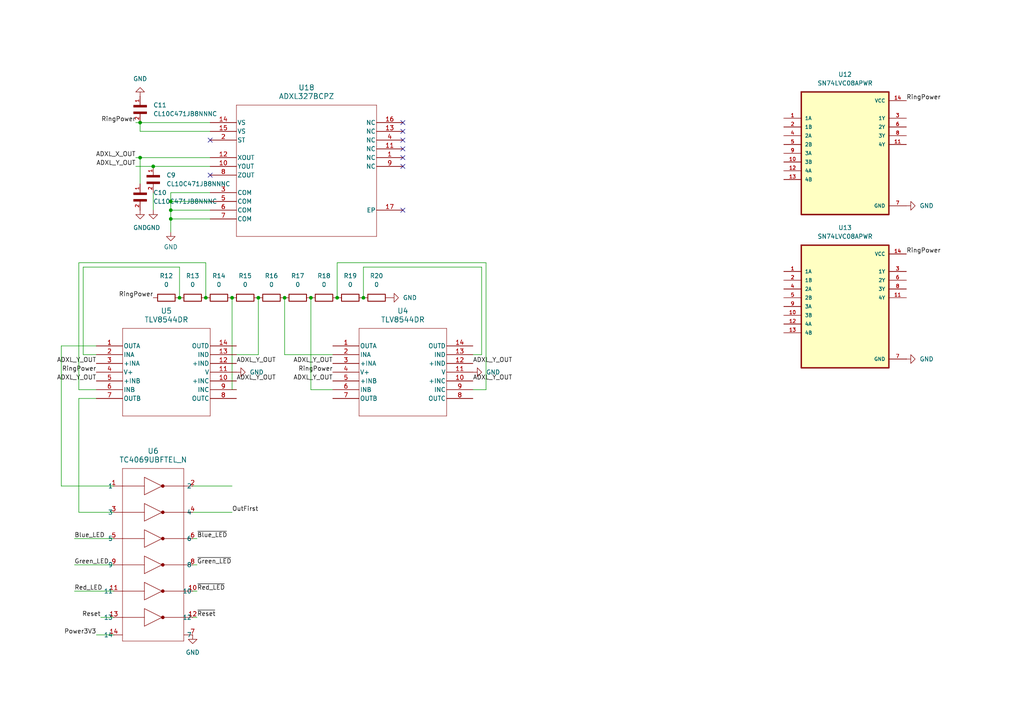
<source format=kicad_sch>
(kicad_sch (version 20250114) (generator "eeschema") (generator_version "9.0")
  (paper "A4")
  (lib_symbols
    (symbol "ADXL327BCPZ:ADXL327BCPZ" (pin_names (offset 0.254))
      (property "Reference" "U" (at 27.94 10.16 0))
      (property "Value" "ADXL327BCPZ" (at 27.94 7.62 0))
      (symbol "ADXL327BCPZ_0_1"
        (polyline (pts (xy 7.62 5.08) (xy 7.62 -33.02)) (stroke (width 0.127)))
        (polyline (pts (xy 7.62 -33.02) (xy 48.26 -33.02)) (stroke (width 0.127)))
        (polyline (pts (xy 48.26 5.08) (xy 7.62 5.08)) (stroke (width 0.127)))
        (polyline (pts (xy 48.26 -33.02) (xy 48.26 5.08)) (stroke (width 0.127)))
        (pin power_in line (at 0 0 0) (length 7.62) (name "VS") (number "14"))
        (pin power_in line (at 0 -2.54 0) (length 7.62) (name "VS") (number "15"))
        (pin unspecified line (at 0 -5.08 0) (length 7.62) (name "ST") (number "2"))
        (pin unspecified line (at 0 -10.16 0) (length 7.62) (name "XOUT") (number "12"))
        (pin unspecified line (at 0 -12.7 0) (length 7.62) (name "YOUT") (number "10"))
        (pin unspecified line (at 0 -15.24 0) (length 7.62) (name "ZOUT") (number "8"))
        (pin unspecified line (at 0 -20.32 0) (length 7.62) (name "COM") (number "3"))
        (pin unspecified line (at 0 -22.86 0) (length 7.62) (name "COM") (number "5"))
        (pin unspecified line (at 0 -25.4 0) (length 7.62) (name "COM") (number "6"))
        (pin unspecified line (at 0 -27.94 0) (length 7.62) (name "COM") (number "7"))
        (pin unspecified line (at 55.88 0 180) (length 7.62) (name "NC") (number "16"))
        (pin unspecified line (at 55.88 -2.54 180) (length 7.62) (name "NC") (number "13"))
        (pin unspecified line (at 55.88 -5.08 180) (length 7.62) (name "NC") (number "4"))
        (pin unspecified line (at 55.88 -7.62 180) (length 7.62) (name "NC") (number "11"))
        (pin unspecified line (at 55.88 -10.16 180) (length 7.62) (name "NC") (number "1"))
        (pin unspecified line (at 55.88 -12.7 180) (length 7.62) (name "NC") (number "9"))
        (pin unspecified line (at 55.88 -25.4 180) (length 7.62) (name "EP") (number "17"))
      )
    )
    (symbol "CL0306KRX7R6BB104:CL10C471JB8NNNC" (pin_names (offset 1.016))
      (property "Reference" "C" (at 0 3.8109 0))
      (property "Value" "CL10C471JB8NNNC" (at 0 -5.0885 0))
      (symbol "CL10C471JB8NNNC_0_0"
        (rectangle (start 0 -1.9069) (end 0.635 1.905) (stroke (width 0.1)) (fill (type outline)))
        (rectangle (start 1.9069 -1.9069) (end 2.54 1.905) (stroke (width 0.1)) (fill (type outline)))
        (pin passive line (at -2.54 0 0) (length 2.54) (name "~") (number "1"))
        (pin passive line (at 5.08 0 180) (length 2.54) (name "~") (number "2"))
      )
    )
    (symbol "Device:R" (pin_numbers (hide yes)) (pin_names (offset 0))
      (property "Reference" "R" (at 2.032 0 90))
      (property "Value" "R" (at 0 0 90))
      (symbol "R_0_1"
        (rectangle (start -1.016 -2.54) (end 1.016 2.54) (stroke (width 0.254)))
      )
      (symbol "R_1_1"
        (pin passive line (at 0 3.81 270) (length 1.27) (name "~") (number "1"))
        (pin passive line (at 0 -3.81 90) (length 1.27) (name "~") (number "2"))
      )
    )
    (symbol "SN74LVC08APWR:SN74LVC08APWR" (pin_names (offset 1.016))
      (property "Reference" "U" (at -12.7 18.78 0))
      (property "Value" "SN74LVC08APWR" (at -12.7 -21.78 0))
      (symbol "SN74LVC08APWR_0_0"
        (rectangle (start -12.7 -17.78) (end 12.7 17.78) (stroke (width 0.41)) (fill (type background)))
        (pin input line (at -17.78 10.16 0) (length 5.08) (name "1A") (number "1"))
        (pin input line (at -17.78 7.62 0) (length 5.08) (name "1B") (number "2"))
        (pin input line (at -17.78 5.08 0) (length 5.08) (name "2A") (number "4"))
        (pin input line (at -17.78 2.54 0) (length 5.08) (name "2B") (number "5"))
        (pin input line (at -17.78 0 0) (length 5.08) (name "3A") (number "9"))
        (pin input line (at -17.78 -2.54 0) (length 5.08) (name "3B") (number "10"))
        (pin input line (at -17.78 -5.08 0) (length 5.08) (name "4A") (number "12"))
        (pin input line (at -17.78 -7.62 0) (length 5.08) (name "4B") (number "13"))
        (pin power_in line (at 17.78 15.24 180) (length 5.08) (name "VCC") (number "14"))
        (pin output line (at 17.78 10.16 180) (length 5.08) (name "1Y") (number "3"))
        (pin output line (at 17.78 7.62 180) (length 5.08) (name "2Y") (number "6"))
        (pin output line (at 17.78 5.08 180) (length 5.08) (name "3Y") (number "8"))
        (pin output line (at 17.78 2.54 180) (length 5.08) (name "4Y") (number "11"))
        (pin power_in line (at 17.78 -15.24 180) (length 5.08) (name "GND") (number "7"))
      )
    )
    (symbol "TC4069UBFTELN:TC4069UBFTEL_N" (pin_names (offset 0.254))
      (property "Reference" "U" (at 0 0 0))
      (property "Value" "TC4069UBFTEL_N" (at 0 0 0))
      (symbol "TC4069UBFTEL_N_0_1"
        (polyline (pts (xy -2.54 -5.08) (xy 0 -5.08)))
        (polyline (pts (xy -2.54 -12.7) (xy 0 -12.7)))
        (polyline (pts (xy -2.54 -20.32) (xy 0 -20.32)))
        (polyline (pts (xy -2.54 -27.94) (xy 0 -27.94)))
        (polyline (pts (xy -2.54 -35.56) (xy 0 -35.56)))
        (polyline (pts (xy -2.54 -43.18) (xy 0 -43.18)))
        (polyline (pts (xy -2.54 -48.26) (xy 0 -48.26)))
        (polyline (pts (xy 0 0) (xy 17.78 0)) (stroke (width 0.127)))
        (polyline (pts (xy 0 -5.08) (xy 6.35 -5.08)))
        (polyline (pts (xy 0 -12.7) (xy 6.35 -12.7)))
        (polyline (pts (xy 0 -20.32) (xy 6.35 -20.32)))
        (polyline (pts (xy 0 -27.94) (xy 6.35 -27.94)))
        (polyline (pts (xy 0 -35.56) (xy 6.35 -35.56)))
        (polyline (pts (xy 0 -43.18) (xy 6.35 -43.18)))
        (polyline (pts (xy 0 -50.038) (xy 0 0)) (stroke (width 0.127)))
        (polyline (pts (xy 6.35 -2.54) (xy 6.35 -7.62)))
        (polyline (pts (xy 6.35 -2.54) (xy 11.43 -5.08)))
        (polyline (pts (xy 6.35 -7.62) (xy 11.43 -5.08)))
        (polyline (pts (xy 6.35 -10.16) (xy 6.35 -15.24)))
        (polyline (pts (xy 6.35 -10.16) (xy 11.43 -12.7)))
        (polyline (pts (xy 6.35 -15.24) (xy 11.43 -12.7)))
        (polyline (pts (xy 6.35 -17.78) (xy 6.35 -22.86)))
        (polyline (pts (xy 6.35 -17.78) (xy 11.43 -20.32)))
        (polyline (pts (xy 6.35 -22.86) (xy 11.43 -20.32)))
        (polyline (pts (xy 6.35 -25.4) (xy 6.35 -30.48)))
        (polyline (pts (xy 6.35 -25.4) (xy 11.43 -27.94)))
        (polyline (pts (xy 6.35 -30.48) (xy 11.43 -27.94)))
        (polyline (pts (xy 6.35 -33.02) (xy 6.35 -38.1)))
        (polyline (pts (xy 6.35 -33.02) (xy 11.43 -35.56)))
        (polyline (pts (xy 6.35 -38.1) (xy 11.43 -35.56)))
        (polyline (pts (xy 6.35 -40.64) (xy 6.35 -45.72)))
        (polyline (pts (xy 6.35 -40.64) (xy 11.43 -43.18)))
        (polyline (pts (xy 6.35 -45.72) (xy 11.43 -43.18)))
        (circle (center 11.684 -5.08) (radius 0.254) (stroke (width 0.508)))
        (circle (center 11.684 -12.7) (radius 0.254) (stroke (width 0.508)))
        (circle (center 11.684 -20.32) (radius 0.254) (stroke (width 0.508)))
        (circle (center 11.684 -27.94) (radius 0.254) (stroke (width 0.508)))
        (circle (center 11.684 -35.56) (radius 0.254) (stroke (width 0.508)))
        (circle (center 11.684 -43.18) (radius 0.254) (stroke (width 0.508)))
        (polyline (pts (xy 12.192 -5.08) (xy 17.78 -5.08)))
        (polyline (pts (xy 12.192 -12.7) (xy 17.78 -12.7)))
        (polyline (pts (xy 12.192 -20.32) (xy 17.78 -20.32)))
        (polyline (pts (xy 12.192 -27.94) (xy 17.78 -27.94)))
        (polyline (pts (xy 12.192 -35.56) (xy 17.78 -35.56)))
        (polyline (pts (xy 12.192 -43.18) (xy 17.78 -43.18)))
        (polyline (pts (xy 17.78 0) (xy 17.78 -50.038)) (stroke (width 0.127)))
        (polyline (pts (xy 17.78 -50.038) (xy 0 -50.038)) (stroke (width 0.127)))
        (polyline (pts (xy 20.32 -5.08) (xy 17.78 -5.08)))
        (polyline (pts (xy 20.32 -12.7) (xy 17.78 -12.7)))
        (polyline (pts (xy 20.32 -20.32) (xy 17.78 -20.32)))
        (polyline (pts (xy 20.32 -27.94) (xy 17.78 -27.94)))
        (polyline (pts (xy 20.32 -35.56) (xy 17.78 -35.56)))
        (polyline (pts (xy 20.32 -43.18) (xy 17.78 -43.18)))
        (polyline (pts (xy 20.32 -48.26) (xy 17.78 -48.26)))
        (pin unspecified line (at -2.5146 -5.08 180) (length 0.0254) (name "1") (number "1"))
        (pin unspecified line (at -2.5146 -12.7 180) (length 0.0254) (name "3") (number "3"))
        (pin unspecified line (at -2.5146 -20.32 180) (length 0.0254) (name "5") (number "5"))
        (pin unspecified line (at -2.5146 -27.94 180) (length 0.0254) (name "9") (number "9"))
        (pin unspecified line (at -2.5146 -35.56 180) (length 0.0254) (name "11") (number "11"))
        (pin unspecified line (at -2.5146 -43.18 180) (length 0.0254) (name "13") (number "13"))
        (pin unspecified line (at -2.5146 -48.26 180) (length 0.0254) (name "14") (number "14"))
        (pin unspecified line (at 20.3454 -5.08 180) (length 0.0254) (name "2") (number "2"))
        (pin unspecified line (at 20.3454 -12.7 180) (length 0.0254) (name "4") (number "4"))
        (pin unspecified line (at 20.3454 -20.32 180) (length 0.0254) (name "6") (number "6"))
        (pin unspecified line (at 20.3454 -27.94 180) (length 0.0254) (name "8") (number "8"))
        (pin unspecified line (at 20.3454 -35.56 180) (length 0.0254) (name "10") (number "10"))
        (pin unspecified line (at 20.3454 -43.18 180) (length 0.0254) (name "12") (number "12"))
        (pin unspecified line (at 20.3454 -48.26 180) (length 0.0254) (name "7") (number "7"))
      )
    )
    (symbol "TLV8544DR:TLV8544DR" (pin_names (offset 0.254))
      (property "Reference" "U" (at 20.32 10.16 0))
      (property "Value" "TLV8544DR" (at 20.32 7.62 0))
      (symbol "TLV8544DR_0_1"
        (polyline (pts (xy 7.62 5.08) (xy 7.62 -20.32)) (stroke (width 0.127)))
        (polyline (pts (xy 7.62 -20.32) (xy 33.02 -20.32)) (stroke (width 0.127)))
        (polyline (pts (xy 33.02 5.08) (xy 7.62 5.08)) (stroke (width 0.127)))
        (polyline (pts (xy 33.02 -20.32) (xy 33.02 5.08)) (stroke (width 0.127)))
        (pin output line (at 0 0 0) (length 7.62) (name "OUTA") (number "1"))
        (pin unspecified line (at 0 -2.54 0) (length 7.62) (name "INA") (number "2"))
        (pin input line (at 0 -5.08 0) (length 7.62) (name "+INA") (number "3"))
        (pin power_in line (at 0 -7.62 0) (length 7.62) (name "V+") (number "4"))
        (pin input line (at 0 -10.16 0) (length 7.62) (name "+INB") (number "5"))
        (pin unspecified line (at 0 -12.7 0) (length 7.62) (name "INB") (number "6"))
        (pin output line (at 0 -15.24 0) (length 7.62) (name "OUTB") (number "7"))
        (pin output line (at 40.64 0 180) (length 7.62) (name "OUTD") (number "14"))
        (pin unspecified line (at 40.64 -2.54 180) (length 7.62) (name "IND") (number "13"))
        (pin input line (at 40.64 -5.08 180) (length 7.62) (name "+IND") (number "12"))
        (pin unspecified line (at 40.64 -7.62 180) (length 7.62) (name "V") (number "11"))
        (pin input line (at 40.64 -10.16 180) (length 7.62) (name "+INC") (number "10"))
        (pin unspecified line (at 40.64 -12.7 180) (length 7.62) (name "INC") (number "9"))
        (pin output line (at 40.64 -15.24 180) (length 7.62) (name "OUTC") (number "8"))
      )
    )
    (symbol "power:GND" (power) (pin_numbers (hide yes)) (pin_names (offset 0) (hide yes))
      (property "Value" "GND" (at 0 -3.81 0))
      (symbol "GND_0_1"
        (polyline (pts (xy 0 0) (xy 0 -1.27) (xy 1.27 -1.27) (xy 0 -2.54) (xy -1.27 -1.27) (xy 0 -1.27)))
      )
      (symbol "GND_1_1"
        (pin power_in line (at 0 0 270) (length 0) (name "~") (number "1"))
      )
    )
  )
  (junction (at 40.64 45.72))
  (junction (at 52.07 86.36))
  (junction (at 49.53 60.96))
  (junction (at 49.53 63.5))
  (junction (at 105.41 86.36))
  (junction (at 74.93 86.36))
  (junction (at 67.31 86.36))
  (junction (at 97.79 86.36))
  (junction (at 44.45 48.26))
  (junction (at 90.17 86.36))
  (junction (at 82.55 86.36))
  (junction (at 40.64 35.56))
  (junction (at 49.53 58.42))
  (junction (at 59.69 86.36))
  (no_connect (at 116.84 60.96))
  (no_connect (at 116.84 45.72))
  (no_connect (at 60.96 40.64))
  (no_connect (at 116.84 40.64))
  (no_connect (at 60.96 50.8))
  (no_connect (at 116.84 35.56))
  (no_connect (at 116.84 43.18))
  (no_connect (at 116.84 48.26))
  (no_connect (at 116.84 38.1))
  (wire (pts (xy 40.64 45.72) (xy 40.64 53.34)))
  (wire (pts (xy 139.7 77.47) (xy 139.7 102.87)))
  (wire (pts (xy 105.41 86.36) (xy 105.41 77.47)))
  (wire (pts (xy 74.93 102.87) (xy 68.58 102.87)))
  (wire (pts (xy 49.53 55.88) (xy 60.96 55.88)))
  (wire (pts (xy 82.55 102.87) (xy 96.52 102.87)))
  (wire (pts (xy 49.53 63.5) (xy 60.96 63.5)))
  (wire (pts (xy 22.86 76.2) (xy 22.86 113.03)))
  (wire (pts (xy 49.53 60.96) (xy 60.96 60.96)))
  (wire (pts (xy 57.15 156.21) (xy 55.88 156.21)))
  (wire (pts (xy 27.94 184.15) (xy 33.02 184.15)))
  (wire (pts (xy 59.69 76.2) (xy 22.86 76.2)))
  (wire (pts (xy 140.97 76.2) (xy 140.97 113.03)))
  (wire (pts (xy 55.88 140.97) (xy 67.31 140.97)))
  (wire (pts (xy 22.86 148.59) (xy 33.02 148.59)))
  (wire (pts (xy 49.53 67.31) (xy 49.53 63.5)))
  (wire (pts (xy 105.41 77.47) (xy 139.7 77.47)))
  (wire (pts (xy 17.78 140.97) (xy 33.02 140.97)))
  (wire (pts (xy 52.07 86.36) (xy 52.07 77.47)))
  (wire (pts (xy 49.53 55.88) (xy 49.53 58.42)))
  (wire (pts (xy 67.31 148.59) (xy 55.88 148.59)))
  (wire (pts (xy 57.15 163.83) (xy 55.88 163.83)))
  (wire (pts (xy 22.86 113.03) (xy 27.94 113.03)))
  (wire (pts (xy 52.07 77.47) (xy 24.13 77.47)))
  (wire (pts (xy 24.13 102.87) (xy 27.94 102.87)))
  (wire (pts (xy 21.59 163.83) (xy 33.02 163.83)))
  (wire (pts (xy 60.96 35.56) (xy 40.64 35.56)))
  (wire (pts (xy 49.53 58.42) (xy 49.53 60.96)))
  (wire (pts (xy 17.78 100.33) (xy 17.78 140.97)))
  (wire (pts (xy 90.17 113.03) (xy 96.52 113.03)))
  (wire (pts (xy 49.53 60.96) (xy 49.53 63.5)))
  (wire (pts (xy 82.55 86.36) (xy 82.55 102.87)))
  (wire (pts (xy 24.13 77.47) (xy 24.13 102.87)))
  (wire (pts (xy 67.31 113.03) (xy 68.58 113.03)))
  (wire (pts (xy 57.15 179.07) (xy 55.88 179.07)))
  (wire (pts (xy 139.7 102.87) (xy 137.16 102.87)))
  (wire (pts (xy 40.64 38.1) (xy 60.96 38.1)))
  (wire (pts (xy 57.15 171.45) (xy 55.88 171.45)))
  (wire (pts (xy 44.45 55.88) (xy 44.45 60.96)))
  (wire (pts (xy 27.94 115.57) (xy 22.86 115.57)))
  (wire (pts (xy 140.97 113.03) (xy 137.16 113.03)))
  (wire (pts (xy 97.79 86.36) (xy 97.79 76.2)))
  (wire (pts (xy 40.64 35.56) (xy 39.37 35.56)))
  (wire (pts (xy 97.79 76.2) (xy 140.97 76.2)))
  (wire (pts (xy 39.37 45.72) (xy 40.64 45.72)))
  (wire (pts (xy 21.59 171.45) (xy 33.02 171.45)))
  (wire (pts (xy 67.31 86.36) (xy 67.31 113.03)))
  (wire (pts (xy 49.53 58.42) (xy 60.96 58.42)))
  (wire (pts (xy 39.37 48.26) (xy 44.45 48.26)))
  (wire (pts (xy 21.59 156.21) (xy 33.02 156.21)))
  (wire (pts (xy 90.17 86.36) (xy 90.17 113.03)))
  (wire (pts (xy 74.93 86.36) (xy 74.93 102.87)))
  (wire (pts (xy 59.69 86.36) (xy 59.69 76.2)))
  (wire (pts (xy 29.21 179.07) (xy 33.02 179.07)))
  (wire (pts (xy 40.64 38.1) (xy 40.64 35.56)))
  (wire (pts (xy 22.86 115.57) (xy 22.86 148.59)))
  (wire (pts (xy 27.94 100.33) (xy 17.78 100.33)))
  (wire (pts (xy 44.45 48.26) (xy 60.96 48.26)))
  (wire (pts (xy 40.64 45.72) (xy 60.96 45.72)))
  (label "ADXL_Y_OUT" (at 68.58 105.41 0))
  (label "Power3V3" (at 27.94 184.15 180))
  (label "ADXL_Y_OUT" (at 68.58 110.49 0))
  (label "~{Red_LED}" (at 57.15 171.45 0))
  (label "OutFirst" (at 67.31 148.59 0))
  (label "~{Reset}" (at 57.15 179.07 0))
  (label "Green_LED" (at 21.59 163.83 0))
  (label "RingPower" (at 27.94 107.95 180))
  (label "Red_LED" (at 21.59 171.45 0))
  (label "ADXL_Y_OUT" (at 137.16 110.49 0))
  (label "RingPower" (at 39.37 35.56 180))
  (label "RingPower" (at 44.45 86.36 180))
  (label "Reset" (at 29.21 179.07 180))
  (label "RingPower" (at 262.89 29.21 0))
  (label "RingPower" (at 96.52 107.95 180))
  (label "~{Green_LED}" (at 57.15 163.83 0))
  (label "ADXL_Y_OUT" (at 96.52 105.41 180))
  (label "ADXL_Y_OUT" (at 96.52 110.49 180))
  (label "Blue_LED" (at 21.59 156.21 0))
  (label "ADXL_Y_OUT" (at 27.94 110.49 180))
  (label "ADXL_X_OUT" (at 39.37 45.72 180))
  (label "ADXL_Y_OUT" (at 137.16 105.41 0))
  (label "~{Blue_LED}" (at 57.15 156.21 0))
  (label "ADXL_Y_OUT" (at 27.94 105.41 180))
  (label "RingPower" (at 262.89 73.66 0))
  (label "ADXL_Y_OUT" (at 39.37 48.26 180))
  (symbol (lib_id "Device:R") (at 55.88 86.36 90) (unit 1)
    (property "Reference" "R13" (at 55.88 80.01 90))
    (property "Value" "0" (at 55.88 82.55 90))
    (property "Description" "Resistor" (effects (hide yes)))
  )
  (symbol (lib_id "power:GND") (at 113.03 86.36 90) (unit 1)
    (property "Reference" "#PWR036" (effects (hide yes)))
    (property "Value" "GND" (at 116.84 86.3599 90) (effects (justify right)))
    (property "Description" "Power symbol creates a global label with name \"GND\" , ground" (effects (hide yes)))
  )
  (symbol (lib_id "CL0306KRX7R6BB104:CL10C471JB8NNNC") (at 44.45 50.8 270) (unit 1)
    (property "Reference" "C9" (at 48.26 50.7999 90) (effects (justify left)))
    (property "Value" "CL10C471JB8NNNC" (at 48.26 53.3399 90) (effects (justify left)))
    (property "Footprint" "CL10C471JB8NNNC:CAPC1608X90N" (effects (hide yes)))
    (property "L1_min" "0.1" (effects (hide yes)))
    (property "Check_prices" "https://www.snapeda.com/parts/CL10C471JB8NNNC/Samsung/view-part/?ref=eda" (effects (hide yes)))
    (property "Package" "SMD-2 Samsung" (effects (hide yes)))
    (property "STANDARD" "IPC 7351B" (effects (hide yes)))
    (property "E_min" "0.7" (effects (hide yes)))
    (property "SnapEDA_Link" "https://www.snapeda.com/parts/CL10C471JB8NNNC/Samsung/view-part/?ref=snap" (effects (hide yes)))
    (property "D_min" "1.5" (effects (hide yes)))
    (property "D_nom" "1.6" (effects (hide yes)))
    (property "L_min" "0.1" (effects (hide yes)))
    (property "E_max" "0.9" (effects (hide yes)))
    (property "DigiKey_Part_Number" "1276-1168-1-ND" (effects (hide yes)))
    (property "L_max" "0.5" (effects (hide yes)))
    (property "A_max" "0.9" (effects (hide yes)))
    (property "L1_nom" "0.3" (effects (hide yes)))
    (property "Description_1" "470 pF ±5% 50V Ceramic Capacitor C0G, NP0 0603 (1608 Metric)" (effects (hide yes)))
    (property "MF" "Samsung" (effects (hide yes)))
    (property "D_max" "1.7" (effects (hide yes)))
    (property "A_nom" "0.9" (effects (hide yes)))
    (property "L1_max" "0.5" (effects (hide yes)))
    (property "A_min" "0.9" (effects (hide yes)))
    (property "MP" "CL10C471JB8NNNC" (effects (hide yes)))
    (property "E_nom" "0.8" (effects (hide yes)))
    (property "MANUFACTURER" "Samsung" (effects (hide yes)))
    (property "L_nom" "0.3" (effects (hide yes)))
  )
  (symbol (lib_id "power:GND") (at 49.53 67.31 0) (unit 1)
    (property "Reference" "#PWR032" (effects (hide yes)))
    (property "Value" "GND" (at 49.53 71.628 0))
    (property "Description" "Power symbol creates a global label with name \"GND\" , ground" (effects (hide yes)))
  )
  (symbol (lib_id "power:GND") (at 137.16 107.95 90) (unit 1)
    (property "Reference" "#PWR016" (effects (hide yes)))
    (property "Value" "GND" (at 140.97 107.9499 90) (effects (justify right)))
    (property "Description" "Power symbol creates a global label with name \"GND\" , ground" (effects (hide yes)))
  )
  (symbol (lib_id "power:GND") (at 44.45 60.96 0) (unit 1)
    (property "Reference" "#PWR034" (effects (hide yes)))
    (property "Value" "GND" (at 44.45 66.04 0))
    (property "Description" "Power symbol creates a global label with name \"GND\" , ground" (effects (hide yes)))
  )
  (symbol (lib_id "Device:R") (at 78.74 86.36 90) (unit 1)
    (property "Reference" "R16" (at 78.74 80.01 90))
    (property "Value" "0" (at 78.74 82.55 90))
    (property "Description" "Resistor" (effects (hide yes)))
  )
  (symbol (lib_id "Device:R") (at 101.6 86.36 90) (unit 1)
    (property "Reference" "R19" (at 101.6 80.01 90))
    (property "Value" "0" (at 101.6 82.55 90))
    (property "Description" "Resistor" (effects (hide yes)))
  )
  (symbol (lib_id "power:GND") (at 68.58 107.95 90) (unit 1)
    (property "Reference" "#PWR017" (effects (hide yes)))
    (property "Value" "GND" (at 72.39 107.9499 90) (effects (justify right)))
    (property "Description" "Power symbol creates a global label with name \"GND\" , ground" (effects (hide yes)))
  )
  (symbol (lib_id "SN74LVC08APWR:SN74LVC08APWR") (at 245.11 44.45 0) (unit 1)
    (property "Reference" "U12" (at 245.11 21.59 0))
    (property "Value" "SN74LVC08APWR" (at 245.11 24.13 0))
    (property "Footprint" "SN74LVC08APWR:SOP65P640X120-14N" (effects (hide yes)))
  )
  (symbol (lib_id "power:GND") (at 55.88 184.15 0) (unit 1)
    (property "Reference" "#PWR037" (effects (hide yes)))
    (property "Value" "GND" (at 55.88 189.23 0))
    (property "Description" "Power symbol creates a global label with name \"GND\" , ground" (effects (hide yes)))
  )
  (symbol (lib_id "Device:R") (at 86.36 86.36 90) (unit 1)
    (property "Reference" "R17" (at 86.36 80.01 90))
    (property "Value" "0" (at 86.36 82.55 90))
    (property "Description" "Resistor" (effects (hide yes)))
  )
  (symbol (lib_id "Device:R") (at 48.26 86.36 90) (unit 1)
    (property "Reference" "R12" (at 48.26 80.01 90))
    (property "Value" "0" (at 48.26 82.55 90))
    (property "Description" "Resistor" (effects (hide yes)))
  )
  (symbol (lib_id "power:GND") (at 262.89 104.14 90) (unit 1)
    (property "Reference" "#PWR023" (effects (hide yes)))
    (property "Value" "GND" (at 266.7 104.1399 90) (effects (justify right)))
    (property "Description" "Power symbol creates a global label with name \"GND\" , ground" (effects (hide yes)))
  )
  (symbol (lib_id "power:GND") (at 40.64 27.94 180) (unit 1)
    (property "Reference" "#PWR035" (effects (hide yes)))
    (property "Value" "GND" (at 40.64 22.86 0))
    (property "Description" "Power symbol creates a global label with name \"GND\" , ground" (effects (hide yes)))
  )
  (symbol (lib_id "ADXL327BCPZ:ADXL327BCPZ") (at 60.96 35.56 0) (unit 1)
    (property "Reference" "U18" (at 88.9 25.4 0) (effects (font (size 1.524 1.524))))
    (property "Value" "ADXL327BCPZ" (at 88.9 27.94 0) (effects (font (size 1.524 1.524))))
    (property "Footprint" "CP_16_5A_ADI" (effects (hide yes)))
    (property "Datasheet" "https://www.analog.com/media/en/technical-documentation/data-sheets/ADXL327.pdf" (effects (hide yes)))
  )
  (symbol (lib_id "TC4069UBFTELN:TC4069UBFTEL_N") (at 35.5346 135.89 0) (unit 1)
    (property "Reference" "U6" (at 44.4246 130.81 0) (effects (font (size 1.524 1.524))))
    (property "Value" "TC4069UBFTEL_N" (at 44.4246 133.35 0) (effects (font (size 1.524 1.524))))
    (property "Footprint" "TSSOP14_TOS" (effects (hide yes)))
    (property "Datasheet" "https://toshiba.semicon-storage.com/info/docget.jsp?did=18696&prodName=TC4069UBFT" (effects (hide yes)))
  )
  (symbol (lib_id "Device:R") (at 71.12 86.36 90) (unit 1)
    (property "Reference" "R15" (at 71.12 80.01 90))
    (property "Value" "0" (at 71.12 82.55 90))
    (property "Description" "Resistor" (effects (hide yes)))
  )
  (symbol (lib_id "TLV8544DR:TLV8544DR") (at 27.94 100.33 0) (unit 1)
    (property "Reference" "U5" (at 48.26 90.17 0) (effects (font (size 1.524 1.524))))
    (property "Value" "TLV8544DR" (at 48.26 92.71 0) (effects (font (size 1.524 1.524))))
    (property "Footprint" "D14_TEX" (effects (hide yes)))
    (property "Datasheet" "https://www.ti.com/lit/gpn/tlv8544" (effects (hide yes)))
  )
  (symbol (lib_id "power:GND") (at 40.64 60.96 0) (unit 1)
    (property "Reference" "#PWR033" (effects (hide yes)))
    (property "Value" "GND" (at 40.64 66.04 0))
    (property "Description" "Power symbol creates a global label with name \"GND\" , ground" (effects (hide yes)))
  )
  (symbol (lib_id "CL0306KRX7R6BB104:CL10C471JB8NNNC") (at 40.64 30.48 270) (unit 1)
    (property "Reference" "C11" (at 44.45 30.4799 90) (effects (justify left)))
    (property "Value" "CL10C471JB8NNNC" (at 44.45 33.0199 90) (effects (justify left)))
    (property "Footprint" "CL10C471JB8NNNC:CAPC1608X90N" (effects (hide yes)))
    (property "L1_min" "0.1" (effects (hide yes)))
    (property "Check_prices" "https://www.snapeda.com/parts/CL10C471JB8NNNC/Samsung/view-part/?ref=eda" (effects (hide yes)))
    (property "Package" "SMD-2 Samsung" (effects (hide yes)))
    (property "STANDARD" "IPC 7351B" (effects (hide yes)))
    (property "E_min" "0.7" (effects (hide yes)))
    (property "SnapEDA_Link" "https://www.snapeda.com/parts/CL10C471JB8NNNC/Samsung/view-part/?ref=snap" (effects (hide yes)))
    (property "D_min" "1.5" (effects (hide yes)))
    (property "D_nom" "1.6" (effects (hide yes)))
    (property "L_min" "0.1" (effects (hide yes)))
    (property "E_max" "0.9" (effects (hide yes)))
    (property "DigiKey_Part_Number" "1276-1168-1-ND" (effects (hide yes)))
    (property "L_max" "0.5" (effects (hide yes)))
    (property "A_max" "0.9" (effects (hide yes)))
    (property "L1_nom" "0.3" (effects (hide yes)))
    (property "Description_1" "470 pF ±5% 50V Ceramic Capacitor C0G, NP0 0603 (1608 Metric)" (effects (hide yes)))
    (property "MF" "Samsung" (effects (hide yes)))
    (property "D_max" "1.7" (effects (hide yes)))
    (property "A_nom" "0.9" (effects (hide yes)))
    (property "L1_max" "0.5" (effects (hide yes)))
    (property "A_min" "0.9" (effects (hide yes)))
    (property "MP" "CL10C471JB8NNNC" (effects (hide yes)))
    (property "E_nom" "0.8" (effects (hide yes)))
    (property "MANUFACTURER" "Samsung" (effects (hide yes)))
    (property "L_nom" "0.3" (effects (hide yes)))
  )
  (symbol (lib_id "power:GND") (at 262.89 59.69 90) (unit 1)
    (property "Reference" "#PWR022" (effects (hide yes)))
    (property "Value" "GND" (at 266.7 59.6899 90) (effects (justify right)))
    (property "Description" "Power symbol creates a global label with name \"GND\" , ground" (effects (hide yes)))
  )
  (symbol (lib_id "SN74LVC08APWR:SN74LVC08APWR") (at 245.11 88.9 0) (unit 1)
    (property "Reference" "U13" (at 245.11 66.04 0))
    (property "Value" "SN74LVC08APWR" (at 245.11 68.58 0))
    (property "Footprint" "SN74LVC08APWR:SOP65P640X120-14N" (effects (hide yes)))
  )
  (symbol (lib_id "Device:R") (at 93.98 86.36 90) (unit 1)
    (property "Reference" "R18" (at 93.98 80.01 90))
    (property "Value" "0" (at 93.98 82.55 90))
    (property "Description" "Resistor" (effects (hide yes)))
  )
  (symbol (lib_id "Device:R") (at 63.5 86.36 90) (unit 1)
    (property "Reference" "R14" (at 63.5 80.01 90))
    (property "Value" "0" (at 63.5 82.55 90))
    (property "Description" "Resistor" (effects (hide yes)))
  )
  (symbol (lib_id "Device:R") (at 109.22 86.36 90) (unit 1)
    (property "Reference" "R20" (at 109.22 80.01 90))
    (property "Value" "0" (at 109.22 82.55 90))
    (property "Description" "Resistor" (effects (hide yes)))
  )
  (symbol (lib_id "CL0306KRX7R6BB104:CL10C471JB8NNNC") (at 40.64 55.88 270) (unit 1)
    (property "Reference" "C10" (at 44.45 55.8799 90) (effects (justify left)))
    (property "Value" "CL10C471JB8NNNC" (at 44.45 58.4199 90) (effects (justify left)))
    (property "Footprint" "CL10C471JB8NNNC:CAPC1608X90N" (effects (hide yes)))
    (property "L1_min" "0.1" (effects (hide yes)))
    (property "Check_prices" "https://www.snapeda.com/parts/CL10C471JB8NNNC/Samsung/view-part/?ref=eda" (effects (hide yes)))
    (property "Package" "SMD-2 Samsung" (effects (hide yes)))
    (property "STANDARD" "IPC 7351B" (effects (hide yes)))
    (property "E_min" "0.7" (effects (hide yes)))
    (property "SnapEDA_Link" "https://www.snapeda.com/parts/CL10C471JB8NNNC/Samsung/view-part/?ref=snap" (effects (hide yes)))
    (property "D_min" "1.5" (effects (hide yes)))
    (property "D_nom" "1.6" (effects (hide yes)))
    (property "L_min" "0.1" (effects (hide yes)))
    (property "E_max" "0.9" (effects (hide yes)))
    (property "DigiKey_Part_Number" "1276-1168-1-ND" (effects (hide yes)))
    (property "L_max" "0.5" (effects (hide yes)))
    (property "A_max" "0.9" (effects (hide yes)))
    (property "L1_nom" "0.3" (effects (hide yes)))
    (property "Description_1" "470 pF ±5% 50V Ceramic Capacitor C0G, NP0 0603 (1608 Metric)" (effects (hide yes)))
    (property "MF" "Samsung" (effects (hide yes)))
    (property "D_max" "1.7" (effects (hide yes)))
    (property "A_nom" "0.9" (effects (hide yes)))
    (property "L1_max" "0.5" (effects (hide yes)))
    (property "A_min" "0.9" (effects (hide yes)))
    (property "MP" "CL10C471JB8NNNC" (effects (hide yes)))
    (property "E_nom" "0.8" (effects (hide yes)))
    (property "MANUFACTURER" "Samsung" (effects (hide yes)))
    (property "L_nom" "0.3" (effects (hide yes)))
  )
  (symbol (lib_id "TLV8544DR:TLV8544DR") (at 96.52 100.33 0) (unit 1)
    (property "Reference" "U4" (at 116.84 90.17 0) (effects (font (size 1.524 1.524))))
    (property "Value" "TLV8544DR" (at 116.84 92.71 0) (effects (font (size 1.524 1.524))))
    (property "Footprint" "D14_TEX" (effects (hide yes)))
    (property "Datasheet" "https://www.ti.com/lit/gpn/tlv8544" (effects (hide yes)))
  )
)
</source>
